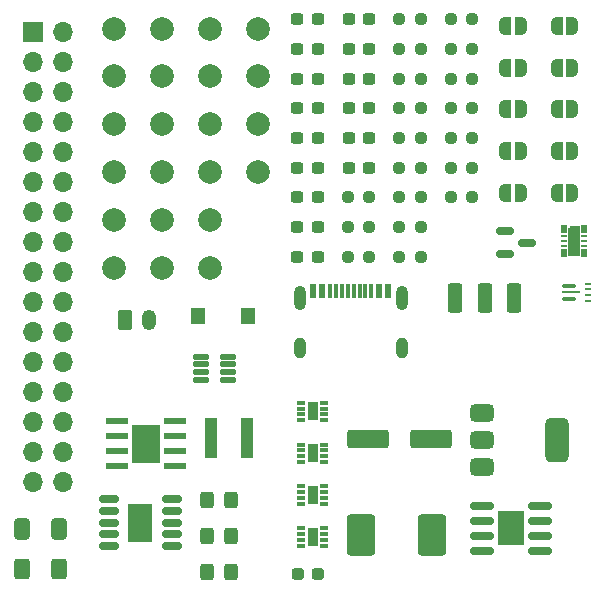
<source format=gbr>
%TF.GenerationSoftware,KiCad,Pcbnew,9.0.0*%
%TF.CreationDate,2025-03-25T22:48:29+02:00*%
%TF.ProjectId,EEE3088F Power Board,45454533-3038-4384-9620-506f77657220,rev?*%
%TF.SameCoordinates,Original*%
%TF.FileFunction,Copper,L1,Top*%
%TF.FilePolarity,Positive*%
%FSLAX46Y46*%
G04 Gerber Fmt 4.6, Leading zero omitted, Abs format (unit mm)*
G04 Created by KiCad (PCBNEW 9.0.0) date 2025-03-25 22:48:29*
%MOMM*%
%LPD*%
G01*
G04 APERTURE LIST*
G04 Aperture macros list*
%AMRoundRect*
0 Rectangle with rounded corners*
0 $1 Rounding radius*
0 $2 $3 $4 $5 $6 $7 $8 $9 X,Y pos of 4 corners*
0 Add a 4 corners polygon primitive as box body*
4,1,4,$2,$3,$4,$5,$6,$7,$8,$9,$2,$3,0*
0 Add four circle primitives for the rounded corners*
1,1,$1+$1,$2,$3*
1,1,$1+$1,$4,$5*
1,1,$1+$1,$6,$7*
1,1,$1+$1,$8,$9*
0 Add four rect primitives between the rounded corners*
20,1,$1+$1,$2,$3,$4,$5,0*
20,1,$1+$1,$4,$5,$6,$7,0*
20,1,$1+$1,$6,$7,$8,$9,0*
20,1,$1+$1,$8,$9,$2,$3,0*%
%AMFreePoly0*
4,1,37,0.478536,1.278536,0.480000,1.275000,0.480000,-1.275000,0.478536,-1.278536,0.475000,-1.280000,-0.475000,-1.280000,-0.478536,-1.278536,-0.480000,-1.275000,-0.480000,1.100000,-0.478536,1.103536,-0.475000,1.105000,-0.466273,1.105000,-0.448826,1.106938,-0.431331,1.110826,-0.413692,1.116706,-0.405996,1.119592,-0.398236,1.123472,-0.398031,1.123569,-0.389494,1.127363,-0.382906,1.132069,
-0.382650,1.132240,-0.374967,1.137041,-0.361254,1.148796,-0.354545,1.154545,-0.342796,1.168254,-0.337041,1.174967,-0.327365,1.190450,-0.319592,1.205996,-0.316706,1.213692,-0.310826,1.231331,-0.306938,1.248826,-0.305000,1.266273,-0.305000,1.275000,-0.303536,1.278536,-0.300000,1.280000,0.475000,1.280000,0.478536,1.278536,0.478536,1.278536,$1*%
%AMFreePoly1*
4,1,23,0.500000,-0.750000,0.000000,-0.750000,0.000000,-0.745722,-0.065263,-0.745722,-0.191342,-0.711940,-0.304381,-0.646677,-0.396677,-0.554381,-0.461940,-0.441342,-0.495722,-0.315263,-0.495722,-0.250000,-0.500000,-0.250000,-0.500000,0.250000,-0.495722,0.250000,-0.495722,0.315263,-0.461940,0.441342,-0.396677,0.554381,-0.304381,0.646677,-0.191342,0.711940,-0.065263,0.745722,0.000000,0.745722,
0.000000,0.750000,0.500000,0.750000,0.500000,-0.750000,0.500000,-0.750000,$1*%
%AMFreePoly2*
4,1,23,0.000000,0.745722,0.065263,0.745722,0.191342,0.711940,0.304381,0.646677,0.396677,0.554381,0.461940,0.441342,0.495722,0.315263,0.495722,0.250000,0.500000,0.250000,0.500000,-0.250000,0.495722,-0.250000,0.495722,-0.315263,0.461940,-0.441342,0.396677,-0.554381,0.304381,-0.646677,0.191342,-0.711940,0.065263,-0.745722,0.000000,-0.745722,0.000000,-0.750000,-0.500000,-0.750000,
-0.500000,0.750000,0.000000,0.750000,0.000000,0.745722,0.000000,0.745722,$1*%
G04 Aperture macros list end*
%TA.AperFunction,SMDPad,CuDef*%
%ADD10RoundRect,0.375000X-0.625000X-0.375000X0.625000X-0.375000X0.625000X0.375000X-0.625000X0.375000X0*%
%TD*%
%TA.AperFunction,SMDPad,CuDef*%
%ADD11RoundRect,0.500000X-0.500000X-1.400000X0.500000X-1.400000X0.500000X1.400000X-0.500000X1.400000X0*%
%TD*%
%TA.AperFunction,SMDPad,CuDef*%
%ADD12RoundRect,0.087500X-0.487500X-0.087500X0.487500X-0.087500X0.487500X0.087500X-0.487500X0.087500X0*%
%TD*%
%TA.AperFunction,SMDPad,CuDef*%
%ADD13RoundRect,0.050000X-0.675000X-0.050000X0.675000X-0.050000X0.675000X0.050000X-0.675000X0.050000X0*%
%TD*%
%TA.AperFunction,SMDPad,CuDef*%
%ADD14RoundRect,0.062500X-0.162500X-0.062500X0.162500X-0.062500X0.162500X0.062500X-0.162500X0.062500X0*%
%TD*%
%TA.AperFunction,SMDPad,CuDef*%
%ADD15R,0.500000X0.650000*%
%TD*%
%TA.AperFunction,SMDPad,CuDef*%
%ADD16R,0.500000X0.250000*%
%TD*%
%TA.AperFunction,SMDPad,CuDef*%
%ADD17FreePoly0,0.000000*%
%TD*%
%TA.AperFunction,SMDPad,CuDef*%
%ADD18RoundRect,0.150000X-0.687500X-0.150000X0.687500X-0.150000X0.687500X0.150000X-0.687500X0.150000X0*%
%TD*%
%TA.AperFunction,HeatsinkPad*%
%ADD19R,2.100000X3.300000*%
%TD*%
%TA.AperFunction,SMDPad,CuDef*%
%ADD20RoundRect,0.035000X-0.335000X-0.105000X0.335000X-0.105000X0.335000X0.105000X-0.335000X0.105000X0*%
%TD*%
%TA.AperFunction,SMDPad,CuDef*%
%ADD21R,0.900000X1.600000*%
%TD*%
%TA.AperFunction,ComponentPad*%
%ADD22C,0.400000*%
%TD*%
%TA.AperFunction,SMDPad,CuDef*%
%ADD23R,1.970000X0.600000*%
%TD*%
%TA.AperFunction,SMDPad,CuDef*%
%ADD24R,2.413000X3.302000*%
%TD*%
%TA.AperFunction,SMDPad,CuDef*%
%ADD25RoundRect,0.150000X-0.825000X-0.150000X0.825000X-0.150000X0.825000X0.150000X-0.825000X0.150000X0*%
%TD*%
%TA.AperFunction,HeatsinkPad*%
%ADD26R,2.290000X3.000000*%
%TD*%
%TA.AperFunction,SMDPad,CuDef*%
%ADD27RoundRect,0.125000X-0.537500X-0.125000X0.537500X-0.125000X0.537500X0.125000X-0.537500X0.125000X0*%
%TD*%
%TA.AperFunction,SMDPad,CuDef*%
%ADD28C,2.000000*%
%TD*%
%TA.AperFunction,SMDPad,CuDef*%
%ADD29RoundRect,0.250000X-0.375000X-1.000000X0.375000X-1.000000X0.375000X1.000000X-0.375000X1.000000X0*%
%TD*%
%TA.AperFunction,SMDPad,CuDef*%
%ADD30RoundRect,0.237500X-0.250000X-0.237500X0.250000X-0.237500X0.250000X0.237500X-0.250000X0.237500X0*%
%TD*%
%TA.AperFunction,SMDPad,CuDef*%
%ADD31RoundRect,0.250000X-0.400000X-0.625000X0.400000X-0.625000X0.400000X0.625000X-0.400000X0.625000X0*%
%TD*%
%TA.AperFunction,SMDPad,CuDef*%
%ADD32RoundRect,0.150000X-0.587500X-0.150000X0.587500X-0.150000X0.587500X0.150000X-0.587500X0.150000X0*%
%TD*%
%TA.AperFunction,SMDPad,CuDef*%
%ADD33RoundRect,0.250000X-0.925000X-1.500000X0.925000X-1.500000X0.925000X1.500000X-0.925000X1.500000X0*%
%TD*%
%TA.AperFunction,SMDPad,CuDef*%
%ADD34RoundRect,0.110000X-0.440000X-1.590000X0.440000X-1.590000X0.440000X1.590000X-0.440000X1.590000X0*%
%TD*%
%TA.AperFunction,SMDPad,CuDef*%
%ADD35FreePoly1,0.000000*%
%TD*%
%TA.AperFunction,SMDPad,CuDef*%
%ADD36FreePoly2,0.000000*%
%TD*%
%TA.AperFunction,ComponentPad*%
%ADD37RoundRect,0.250000X-0.350000X-0.625000X0.350000X-0.625000X0.350000X0.625000X-0.350000X0.625000X0*%
%TD*%
%TA.AperFunction,ComponentPad*%
%ADD38O,1.200000X1.750000*%
%TD*%
%TA.AperFunction,SMDPad,CuDef*%
%ADD39R,0.600000X1.240000*%
%TD*%
%TA.AperFunction,SMDPad,CuDef*%
%ADD40R,0.300000X1.240000*%
%TD*%
%TA.AperFunction,HeatsinkPad*%
%ADD41O,1.000000X2.100000*%
%TD*%
%TA.AperFunction,HeatsinkPad*%
%ADD42O,1.000000X1.800000*%
%TD*%
%TA.AperFunction,ComponentPad*%
%ADD43R,1.700000X1.700000*%
%TD*%
%TA.AperFunction,ComponentPad*%
%ADD44O,1.700000X1.700000*%
%TD*%
%TA.AperFunction,SMDPad,CuDef*%
%ADD45RoundRect,0.250000X-0.325000X-0.450000X0.325000X-0.450000X0.325000X0.450000X-0.325000X0.450000X0*%
%TD*%
%TA.AperFunction,SMDPad,CuDef*%
%ADD46RoundRect,0.237500X-0.287500X-0.237500X0.287500X-0.237500X0.287500X0.237500X-0.287500X0.237500X0*%
%TD*%
%TA.AperFunction,SMDPad,CuDef*%
%ADD47R,1.270000X1.470000*%
%TD*%
%TA.AperFunction,SMDPad,CuDef*%
%ADD48RoundRect,0.237500X-0.300000X-0.237500X0.300000X-0.237500X0.300000X0.237500X-0.300000X0.237500X0*%
%TD*%
%TA.AperFunction,SMDPad,CuDef*%
%ADD49RoundRect,0.250000X-1.500000X-0.550000X1.500000X-0.550000X1.500000X0.550000X-1.500000X0.550000X0*%
%TD*%
%TA.AperFunction,SMDPad,CuDef*%
%ADD50RoundRect,0.250000X-0.412500X-0.650000X0.412500X-0.650000X0.412500X0.650000X-0.412500X0.650000X0*%
%TD*%
G04 APERTURE END LIST*
D10*
%TO.P,U_P2,1,GND*%
%TO.N,GND*%
X67200000Y-72445000D03*
%TO.P,U_P2,2,VO*%
%TO.N,+3V3*%
X67200000Y-74745000D03*
D11*
X73500000Y-74745000D03*
D10*
%TO.P,U_P2,3,VI*%
%TO.N,Net-(JP_P3-A)*%
X67200000Y-77045000D03*
%TD*%
D12*
%TO.P,U_P1,1,GND*%
%TO.N,GND*%
X74580000Y-61690000D03*
D13*
%TO.P,U_P1,2,SW*%
%TO.N,Net-(U_P1-SW)*%
X74730000Y-62240000D03*
D12*
%TO.P,U_P1,3,VOUT*%
%TO.N,+5V*%
X74580000Y-62790000D03*
D14*
%TO.P,U_P1,4,FB*%
%TO.N,Net-(U_P1-FB)*%
X76180000Y-62990000D03*
%TO.P,U_P1,5,EN*%
%TO.N,Net-(JP_P1-A)*%
X76180000Y-62490000D03*
%TO.P,U_P1,6,MODE*%
%TO.N,Net-(JP_P2-A)*%
X76180000Y-61990000D03*
%TO.P,U_P1,7,VIN*%
%TO.N,Net-(JP_P1-A)*%
X76180000Y-61490000D03*
%TD*%
D15*
%TO.P,U10,1_2,VIN1*%
%TO.N,Net-(JPI4-A)*%
X74115000Y-56900000D03*
D16*
%TO.P,U10,3,EN1*%
%TO.N,/CTRL_EXT_LOAD1*%
X74115000Y-57500000D03*
%TO.P,U10,4,VBIAS*%
%TO.N,Net-(JPI6-A)*%
X74115000Y-57900000D03*
%TO.P,U10,5,EN2*%
%TO.N,/CTRL_EXT_LOAD2*%
X74115000Y-58300000D03*
D15*
%TO.P,U10,6_7,VIN2*%
%TO.N,Net-(JPI5-A)*%
X74115000Y-58900000D03*
%TO.P,U10,13_14,VOUT1*%
%TO.N,/EXT_LOAD1_OUT*%
X75815000Y-56900000D03*
D16*
%TO.P,U10,12,SS1*%
%TO.N,Net-(U10-SS1)*%
X75815000Y-57500000D03*
%TO.P,U10,11,GND*%
%TO.N,GND*%
X75815000Y-57900000D03*
%TO.P,U10,10,SS2*%
%TO.N,Net-(U10-SS2)*%
X75815000Y-58300000D03*
D15*
%TO.P,U10,8_9,VOUT2*%
%TO.N,/EXT_LOAD2_OUT*%
X75815000Y-58900000D03*
D17*
%TO.P,U10,15,EXP*%
%TO.N,unconnected-(U10-EXP-Pad15)*%
X74965000Y-57900000D03*
%TD*%
D18*
%TO.P,U9,1,VDD*%
%TO.N,Net-(U9-VDD)*%
X35632500Y-79725000D03*
%TO.P,U9,2,CFG2*%
%TO.N,unconnected-(U9-CFG2-Pad2)*%
X35632500Y-80725000D03*
%TO.P,U9,3,CFG3*%
%TO.N,unconnected-(U9-CFG3-Pad3)*%
X35632500Y-81725000D03*
%TO.P,U9,4,DP*%
%TO.N,/D+*%
X35632500Y-82725000D03*
%TO.P,U9,5,DM*%
%TO.N,/D-*%
X35632500Y-83725000D03*
%TO.P,U9,6,CC2*%
%TO.N,/CC2*%
X40907500Y-83725000D03*
%TO.P,U9,7,CC1*%
%TO.N,/CC1*%
X40907500Y-82725000D03*
%TO.P,U9,8,VBUS*%
%TO.N,Net-(U9-VBUS)*%
X40907500Y-81725000D03*
%TO.P,U9,9,CFG1*%
%TO.N,Net-(U9-CFG1)*%
X40907500Y-80725000D03*
%TO.P,U9,10,PG*%
%TO.N,unconnected-(U9-PG-Pad10)*%
X40907500Y-79725000D03*
D19*
%TO.P,U9,11,GND*%
%TO.N,GND*%
X38270000Y-81725000D03*
%TD*%
D20*
%TO.P,U8,1,VM*%
%TO.N,/Battery*%
X51865000Y-82220000D03*
%TO.P,U8,2,OUT1*%
%TO.N,/MOTOR1_A_OUT*%
X51865000Y-82720000D03*
%TO.P,U8,3,OUT2*%
%TO.N,/MOTOR1_B_OUT*%
X51865000Y-83220000D03*
%TO.P,U8,4,GND*%
%TO.N,GND*%
X51865000Y-83720000D03*
%TO.P,U8,5,IN2*%
%TO.N,/MOTOR1_CTRL2*%
X53835000Y-83720000D03*
%TO.P,U8,6,IN1*%
%TO.N,/MOTOR1_CTRL1*%
X53835000Y-83220000D03*
%TO.P,U8,7,~{SLEEP}*%
%TO.N,/3V3_M*%
X53835000Y-82720000D03*
%TO.P,U8,8,VCC*%
X53835000Y-82220000D03*
D21*
%TO.P,U8,9,GND*%
%TO.N,GND*%
X52850000Y-82970000D03*
D22*
%TO.P,U8,9_1*%
%TO.N,N/C*%
X52850000Y-82420000D03*
%TO.P,U8,9_2*%
X52850000Y-83520000D03*
%TD*%
D20*
%TO.P,U6,1,VM*%
%TO.N,/Battery*%
X51865000Y-78670000D03*
%TO.P,U6,2,OUT1*%
%TO.N,/MOTOR3_A_OUT*%
X51865000Y-79170000D03*
%TO.P,U6,3,OUT2*%
%TO.N,/MOTOR3_B_OUT*%
X51865000Y-79670000D03*
%TO.P,U6,4,GND*%
%TO.N,GND*%
X51865000Y-80170000D03*
%TO.P,U6,5,IN2*%
%TO.N,/MOTOR3_CTRL2*%
X53835000Y-80170000D03*
%TO.P,U6,6,IN1*%
%TO.N,/MOTOR3_CTRL1*%
X53835000Y-79670000D03*
%TO.P,U6,7,~{SLEEP}*%
%TO.N,/3V3_M*%
X53835000Y-79170000D03*
%TO.P,U6,8,VCC*%
X53835000Y-78670000D03*
D21*
%TO.P,U6,9,GND*%
%TO.N,GND*%
X52850000Y-79420000D03*
D22*
%TO.P,U6,9_1*%
%TO.N,N/C*%
X52850000Y-78870000D03*
%TO.P,U6,9_2*%
X52850000Y-79970000D03*
%TD*%
D20*
%TO.P,U5,1,VM*%
%TO.N,/Battery*%
X51865000Y-75120000D03*
%TO.P,U5,2,OUT1*%
%TO.N,/MOTOR4_A_OUT*%
X51865000Y-75620000D03*
%TO.P,U5,3,OUT2*%
%TO.N,/MOTOR4_B_OUT*%
X51865000Y-76120000D03*
%TO.P,U5,4,GND*%
%TO.N,GND*%
X51865000Y-76620000D03*
%TO.P,U5,5,IN2*%
%TO.N,/MOTOR4_CTRL2*%
X53835000Y-76620000D03*
%TO.P,U5,6,IN1*%
%TO.N,/MOTOR4_CTRL1*%
X53835000Y-76120000D03*
%TO.P,U5,7,~{SLEEP}*%
%TO.N,/3V3_M*%
X53835000Y-75620000D03*
%TO.P,U5,8,VCC*%
X53835000Y-75120000D03*
D21*
%TO.P,U5,9,GND*%
%TO.N,GND*%
X52850000Y-75870000D03*
D22*
%TO.P,U5,9_1*%
%TO.N,N/C*%
X52850000Y-75320000D03*
%TO.P,U5,9_2*%
X52850000Y-76420000D03*
%TD*%
D20*
%TO.P,U4,1,VM*%
%TO.N,/Battery*%
X51865000Y-71570000D03*
%TO.P,U4,2,OUT1*%
%TO.N,/MOTOR2_A_OUT*%
X51865000Y-72070000D03*
%TO.P,U4,3,OUT2*%
%TO.N,/MOTOR2_B_OUT*%
X51865000Y-72570000D03*
%TO.P,U4,4,GND*%
%TO.N,GND*%
X51865000Y-73070000D03*
%TO.P,U4,5,IN2*%
%TO.N,/MOTOR2_CTRL2*%
X53835000Y-73070000D03*
%TO.P,U4,6,IN1*%
%TO.N,/MOTOR2_CTRL1*%
X53835000Y-72570000D03*
%TO.P,U4,7,~{SLEEP}*%
%TO.N,/3V3_M*%
X53835000Y-72070000D03*
%TO.P,U4,8,VCC*%
X53835000Y-71570000D03*
D21*
%TO.P,U4,9,GND*%
%TO.N,GND*%
X52850000Y-72320000D03*
D22*
%TO.P,U4,9_1*%
%TO.N,N/C*%
X52850000Y-71770000D03*
%TO.P,U4,9_2*%
X52850000Y-72870000D03*
%TD*%
D23*
%TO.P,U3,1,TEMP*%
%TO.N,GND*%
X36250000Y-73145000D03*
%TO.P,U3,2,PROG*%
%TO.N,Net-(U3-PROG)*%
X36250000Y-74415000D03*
%TO.P,U3,3,GND*%
%TO.N,GND*%
X36250000Y-75685000D03*
%TO.P,U3,4,V_{CC}*%
%TO.N,Net-(D2-A)*%
X36250000Y-76955000D03*
%TO.P,U3,5,BAT*%
%TO.N,/Battery*%
X41200000Y-76955000D03*
%TO.P,U3,6,~{STDBY}*%
%TO.N,Net-(U3-~{STDBY})*%
X41200000Y-75685000D03*
%TO.P,U3,7,~{CHRG}*%
%TO.N,Net-(U3-~{CHRG})*%
X41200000Y-74415000D03*
%TO.P,U3,8,CE*%
%TO.N,Net-(D2-A)*%
X41200000Y-73145000D03*
D24*
%TO.P,U3,9,EPAD*%
%TO.N,unconnected-(U3-EPAD-Pad9)*%
X38725000Y-75050000D03*
%TD*%
D25*
%TO.P,U2,1,BOOT*%
%TO.N,Net-(U2-BOOT)*%
X67175000Y-80315000D03*
%TO.P,U2,2,NC*%
%TO.N,unconnected-(U2-NC-Pad2)*%
X67175000Y-81585000D03*
%TO.P,U2,3,NC*%
%TO.N,unconnected-(U2-NC-Pad3)*%
X67175000Y-82855000D03*
%TO.P,U2,4,VSENSE*%
%TO.N,Net-(U2-VSENSE)*%
X67175000Y-84125000D03*
%TO.P,U2,5,EN*%
%TO.N,unconnected-(U2-EN-Pad5)*%
X72125000Y-84125000D03*
%TO.P,U2,6,GND*%
%TO.N,GND*%
X72125000Y-82855000D03*
%TO.P,U2,7,VIN*%
%TO.N,/HV*%
X72125000Y-81585000D03*
%TO.P,U2,8,PH*%
%TO.N,Net-(D1-K)*%
X72125000Y-80315000D03*
D26*
%TO.P,U2,9,GNDPAD*%
%TO.N,GND*%
X69650000Y-82220000D03*
%TD*%
D27*
%TO.P,U1,1,IN+*%
%TO.N,/Battery*%
X43412500Y-67675000D03*
%TO.P,U1,2,IN-*%
%TO.N,/Batt+*%
X43412500Y-68325000D03*
%TO.P,U1,3,GND*%
%TO.N,<NO NET>*%
X43412500Y-68975000D03*
%TO.P,U1,4,VS*%
%TO.N,Net-(JPI2-B)*%
X43412500Y-69625000D03*
%TO.P,U1,5,SCL*%
%TO.N,/I2C1_SCL*%
X45687500Y-69625000D03*
%TO.P,U1,6,SDA*%
%TO.N,/I2C1_SDA*%
X45687500Y-68975000D03*
%TO.P,U1,7,A0*%
%TO.N,<NO NET>*%
X45687500Y-68325000D03*
%TO.P,U1,8,A1*%
%TO.N,/I2C1_SCL*%
X45687500Y-67675000D03*
%TD*%
D28*
%TO.P,TP_P6,1,1*%
%TO.N,+3V3*%
X48200000Y-52050000D03*
%TD*%
%TO.P,TP_P5,1,1*%
%TO.N,GND*%
X48200000Y-48000000D03*
%TD*%
%TO.P,TP_P4,1,1*%
%TO.N,Net-(U_P1-FB)*%
X48200000Y-43950000D03*
%TD*%
%TO.P,TP_P3,1,1*%
%TO.N,+5V*%
X48200000Y-39900000D03*
%TD*%
%TO.P,TP_P2,1,1*%
%TO.N,Net-(U_P1-SW)*%
X44150000Y-60150000D03*
%TD*%
%TO.P,TP_P1,1,1*%
%TO.N,Net-(JP_P1-A)*%
X44150000Y-56100000D03*
%TD*%
%TO.P,TP21,1,1*%
%TO.N,Net-(JPI6-A)*%
X44150000Y-52050000D03*
%TD*%
%TO.P,TP19,1,1*%
%TO.N,/EXT_LOAD1_OUT*%
X44150000Y-48000000D03*
%TD*%
%TO.P,TP18,1,1*%
%TO.N,/EXT_LOAD2_OUT*%
X44150000Y-43950000D03*
%TD*%
%TO.P,TP17,1,1*%
%TO.N,Net-(U2-VSENSE)*%
X44150000Y-39900000D03*
%TD*%
%TO.P,TP15,1,1*%
%TO.N,/Battery*%
X40100000Y-60150000D03*
%TD*%
%TO.P,TP14,1,1*%
%TO.N,/FAST_CHARGE_CTRL*%
X40100000Y-56100000D03*
%TD*%
%TO.P,TP13,1,1*%
%TO.N,Net-(Q1-G)*%
X40100000Y-52050000D03*
%TD*%
%TO.P,TP12,1,1*%
%TO.N,Net-(Q1-D)*%
X40100000Y-48000000D03*
%TD*%
%TO.P,TP11,1,1*%
%TO.N,GND*%
X40100000Y-43950000D03*
%TD*%
%TO.P,TP10,1,1*%
%TO.N,Net-(U3-PROG)*%
X40100000Y-39900000D03*
%TD*%
%TO.P,TP9,1,1*%
%TO.N,Net-(U9-CFG1)*%
X36050000Y-60150000D03*
%TD*%
%TO.P,TP8,1,1*%
%TO.N,GND*%
X36050000Y-56100000D03*
%TD*%
%TO.P,TP7,1,1*%
%TO.N,Net-(U9-VDD)*%
X36050000Y-52050000D03*
%TD*%
%TO.P,TP6,1,1*%
%TO.N,/HV*%
X36050000Y-48000000D03*
%TD*%
D29*
%TO.P,SW2,1,1*%
%TO.N,/Battery*%
X64940000Y-62740000D03*
%TO.P,SW2,2,2*%
%TO.N,/Switch-*%
X67440000Y-62740000D03*
%TO.P,SW2,3,3*%
%TO.N,GND*%
X69940000Y-62740000D03*
%TD*%
D30*
%TO.P,R_Pfb2,1*%
%TO.N,Net-(U_P1-FB)*%
X64537500Y-54190000D03*
%TO.P,R_Pfb2,2*%
%TO.N,GND*%
X66362500Y-54190000D03*
%TD*%
%TO.P,R_Pfb1,1*%
%TO.N,+5V*%
X64537500Y-51680000D03*
%TO.P,R_Pfb1,2*%
%TO.N,Net-(U_P1-FB)*%
X66362500Y-51680000D03*
%TD*%
%TO.P,R_P2,1*%
%TO.N,+3V3*%
X64537500Y-49170000D03*
%TO.P,R_P2,2*%
%TO.N,Net-(D6-A)*%
X66362500Y-49170000D03*
%TD*%
%TO.P,R_P1,1*%
%TO.N,+5V*%
X64537500Y-46660000D03*
%TO.P,R_P1,2*%
%TO.N,Net-(D5-A)*%
X66362500Y-46660000D03*
%TD*%
D31*
%TO.P,R_Ishunt1,1*%
%TO.N,/Battery*%
X28250000Y-85620000D03*
%TO.P,R_Ishunt1,2*%
%TO.N,/Batt+*%
X31350000Y-85620000D03*
%TD*%
D30*
%TO.P,R_I2,1*%
%TO.N,Net-(JPI1-B)*%
X64537500Y-44150000D03*
%TO.P,R_I2,2*%
%TO.N,/I2C1_SCL*%
X66362500Y-44150000D03*
%TD*%
%TO.P,R_I1,1*%
%TO.N,Net-(JPI1-B)*%
X64537500Y-41640000D03*
%TO.P,R_I1,2*%
%TO.N,/I2C1_SDA*%
X66362500Y-41640000D03*
%TD*%
%TO.P,R_C_dd1,1*%
%TO.N,/HV*%
X64537500Y-39130000D03*
%TO.P,R_C_dd1,2*%
%TO.N,Net-(U9-VDD)*%
X66362500Y-39130000D03*
%TD*%
%TO.P,R_C_cfg1,1*%
%TO.N,Net-(U9-CFG1)*%
X60187500Y-59210000D03*
%TO.P,R_C_cfg1,2*%
%TO.N,GND*%
X62012500Y-59210000D03*
%TD*%
%TO.P,R_C_bus1,1*%
%TO.N,/HV*%
X60187500Y-56700000D03*
%TO.P,R_C_bus1,2*%
%TO.N,Net-(U9-VBUS)*%
X62012500Y-56700000D03*
%TD*%
%TO.P,R_B_slow1,1*%
%TO.N,Net-(U3-PROG)*%
X60187500Y-54190000D03*
%TO.P,R_B_slow1,2*%
%TO.N,GND*%
X62012500Y-54190000D03*
%TD*%
%TO.P,R_B_pd1,1*%
%TO.N,Net-(Q1-G)*%
X60187500Y-51680000D03*
%TO.P,R_B_pd1,2*%
%TO.N,GND*%
X62012500Y-51680000D03*
%TD*%
%TO.P,R_B_LED2,1*%
%TO.N,Net-(D3-K)*%
X60187500Y-44150000D03*
%TO.P,R_B_LED2,2*%
%TO.N,Net-(U3-~{CHRG})*%
X62012500Y-44150000D03*
%TD*%
%TO.P,R_B_LED1,1*%
%TO.N,Net-(D2-K)*%
X60187500Y-41640000D03*
%TO.P,R_B_LED1,2*%
%TO.N,Net-(U3-~{STDBY})*%
X62012500Y-41640000D03*
%TD*%
%TO.P,R_B_fast1,1*%
%TO.N,Net-(U3-PROG)*%
X60187500Y-49170000D03*
%TO.P,R_B_fast1,2*%
%TO.N,Net-(Q1-D)*%
X62012500Y-49170000D03*
%TD*%
%TO.P,R_B_b1,1*%
%TO.N,/FAST_CHARGE_CTRL*%
X60187500Y-46660000D03*
%TO.P,R_B_b1,2*%
%TO.N,Net-(Q1-G)*%
X62012500Y-46660000D03*
%TD*%
%TO.P,R20,1*%
%TO.N,/5V_Buck_Out*%
X60187500Y-39130000D03*
%TO.P,R20,2*%
%TO.N,Net-(D2-A)*%
X62012500Y-39130000D03*
%TD*%
%TO.P,R19,1*%
%TO.N,/5V_Buck_Out*%
X55837500Y-59210000D03*
%TO.P,R19,2*%
%TO.N,Net-(D2-A)*%
X57662500Y-59210000D03*
%TD*%
%TO.P,R2,1*%
%TO.N,Net-(U2-VSENSE)*%
X55837500Y-56700000D03*
%TO.P,R2,2*%
%TO.N,GND*%
X57662500Y-56700000D03*
%TD*%
%TO.P,R1,1*%
%TO.N,/5V_Buck_Out*%
X55837500Y-54190000D03*
%TO.P,R1,2*%
%TO.N,Net-(U2-VSENSE)*%
X57662500Y-54190000D03*
%TD*%
D32*
%TO.P,Q1,1,G*%
%TO.N,Net-(Q1-G)*%
X69132500Y-57075000D03*
%TO.P,Q1,2,S*%
%TO.N,GND*%
X69132500Y-58975000D03*
%TO.P,Q1,3,D*%
%TO.N,Net-(Q1-D)*%
X71007500Y-58025000D03*
%TD*%
D33*
%TO.P,L3,1,1*%
%TO.N,Net-(JP_P1-A)*%
X56925000Y-82815000D03*
%TO.P,L3,2,2*%
%TO.N,Net-(U_P1-SW)*%
X62975000Y-82815000D03*
%TD*%
D34*
%TO.P,L1,1*%
%TO.N,Net-(D1-K)*%
X44280000Y-74600000D03*
%TO.P,L1,2*%
%TO.N,/5V_Buck_Out*%
X47280000Y-74600000D03*
%TD*%
D35*
%TO.P,JP_P3,1,A*%
%TO.N,Net-(JP_P3-A)*%
X73500000Y-53850000D03*
D36*
%TO.P,JP_P3,2,B*%
%TO.N,+5V*%
X74800000Y-53850000D03*
%TD*%
D35*
%TO.P,JP_P2,1,A*%
%TO.N,Net-(JP_P2-A)*%
X73500000Y-50300000D03*
D36*
%TO.P,JP_P2,2,B*%
%TO.N,Net-(JP_P1-A)*%
X74800000Y-50300000D03*
%TD*%
D35*
%TO.P,JP_P1,1,A*%
%TO.N,Net-(JP_P1-A)*%
X73500000Y-46750000D03*
D36*
%TO.P,JP_P1,2,B*%
%TO.N,/Switch-*%
X74800000Y-46750000D03*
%TD*%
D35*
%TO.P,JP_M_3V3,1,A*%
%TO.N,/3V3_M*%
X73500000Y-43200000D03*
D36*
%TO.P,JP_M_3V3,2,B*%
%TO.N,+3V3*%
X74800000Y-43200000D03*
%TD*%
D35*
%TO.P,JPI6,1,A*%
%TO.N,Net-(JPI6-A)*%
X73500000Y-39650000D03*
D36*
%TO.P,JPI6,2,B*%
%TO.N,+3V3*%
X74800000Y-39650000D03*
%TD*%
D35*
%TO.P,JPI5,1,A*%
%TO.N,Net-(JPI5-A)*%
X69150000Y-53850000D03*
D36*
%TO.P,JPI5,2,B*%
%TO.N,+5V*%
X70450000Y-53850000D03*
%TD*%
D35*
%TO.P,JPI4,1,A*%
%TO.N,Net-(JPI4-A)*%
X69150000Y-50300000D03*
D36*
%TO.P,JPI4,2,B*%
%TO.N,+5V*%
X70450000Y-50300000D03*
%TD*%
D35*
%TO.P,JPI3,1,A*%
%TO.N,/Batt+*%
X69150000Y-46750000D03*
D36*
%TO.P,JPI3,2,B*%
%TO.N,/Battery*%
X70450000Y-46750000D03*
%TD*%
D35*
%TO.P,JPI2,1,A*%
%TO.N,+3.3V*%
X69150000Y-43200000D03*
D36*
%TO.P,JPI2,2,B*%
%TO.N,Net-(JPI2-B)*%
X70450000Y-43200000D03*
%TD*%
D35*
%TO.P,JPI1,1,A*%
%TO.N,+3.3V*%
X69150000Y-39650000D03*
D36*
%TO.P,JPI1,2,B*%
%TO.N,Net-(JPI1-B)*%
X70450000Y-39650000D03*
%TD*%
D37*
%TO.P,J3,1,Pin_1*%
%TO.N,/Batt+*%
X37000000Y-64550000D03*
D38*
%TO.P,J3,2,Pin_2*%
%TO.N,Net-(J3-Pin_2)*%
X39000000Y-64550000D03*
%TD*%
D39*
%TO.P,J2,A1,GND*%
%TO.N,GND*%
X52870000Y-62115000D03*
%TO.P,J2,A4,VBUS*%
%TO.N,/HV*%
X53670000Y-62115000D03*
D40*
%TO.P,J2,A5,CC1*%
%TO.N,/CC1*%
X54820000Y-62115000D03*
%TO.P,J2,A6,D+*%
%TO.N,/D+*%
X55820000Y-62115000D03*
%TO.P,J2,A7,D-*%
%TO.N,/D-*%
X56320000Y-62115000D03*
%TO.P,J2,A8,SBU1*%
%TO.N,unconnected-(J2-SBU1-PadA8)*%
X57320000Y-62115000D03*
D39*
%TO.P,J2,A9,VBUS*%
%TO.N,/HV*%
X58470000Y-62115000D03*
%TO.P,J2,A12,GND*%
%TO.N,GND*%
X59270000Y-62115000D03*
%TO.P,J2,B1,GND*%
X59270000Y-62115000D03*
%TO.P,J2,B4,VBUS*%
%TO.N,/HV*%
X58470000Y-62115000D03*
D40*
%TO.P,J2,B5,CC2*%
%TO.N,/CC2*%
X57820000Y-62115000D03*
%TO.P,J2,B6,D+*%
%TO.N,/D+*%
X56820000Y-62115000D03*
%TO.P,J2,B7,D-*%
%TO.N,/D-*%
X55320000Y-62115000D03*
%TO.P,J2,B8,SBU2*%
%TO.N,unconnected-(J2-SBU2-PadB8)*%
X54320000Y-62115000D03*
D39*
%TO.P,J2,B9,VBUS*%
%TO.N,/HV*%
X53670000Y-62115000D03*
%TO.P,J2,B12,GND*%
%TO.N,GND*%
X52870000Y-62115000D03*
D41*
%TO.P,J2,S1,SHIELD*%
X51750000Y-62715000D03*
D42*
X51750000Y-66915000D03*
D41*
X60390000Y-62715000D03*
D42*
X60390000Y-66915000D03*
%TD*%
D43*
%TO.P,J1,1,Pin_1*%
%TO.N,/MOTOR2_B_OUT*%
X29150000Y-40200000D03*
D44*
%TO.P,J1,2,Pin_2*%
%TO.N,/MOTOR2_A_OUT*%
X31690000Y-40200000D03*
%TO.P,J1,3,Pin_3*%
%TO.N,/MOTOR4_A_OUT*%
X29150000Y-42740000D03*
%TO.P,J1,4,Pin_4*%
%TO.N,/MOTOR2_CTRL1*%
X31690000Y-42740000D03*
%TO.P,J1,5,Pin_5*%
%TO.N,/MOTOR4_B_OUT_*%
X29150000Y-45280000D03*
%TO.P,J1,6,Pin_6*%
%TO.N,/MOTOR2_CTRL2*%
X31690000Y-45280000D03*
%TO.P,J1,7,Pin_7*%
%TO.N,/CTRL_EXT_LOAD2*%
X29150000Y-47820000D03*
%TO.P,J1,8,Pin_8*%
%TO.N,/MOTOR4_CTRL1*%
X31690000Y-47820000D03*
%TO.P,J1,9,Pin_9*%
%TO.N,unconnected-(J1-Pin_9-Pad9)*%
X29150000Y-50360000D03*
%TO.P,J1,10,Pin_10*%
%TO.N,/MOTOR4_CTRL2*%
X31690000Y-50360000D03*
%TO.P,J1,11,Pin_11*%
%TO.N,/EXT_LOAD2_OUT*%
X29150000Y-52900000D03*
%TO.P,J1,12,Pin_12*%
%TO.N,unconnected-(J1-Pin_12-Pad12)*%
X31690000Y-52900000D03*
%TO.P,J1,13,Pin_13*%
%TO.N,/FAST_CHARGE_CTRL*%
X29150000Y-55440000D03*
%TO.P,J1,14,Pin_14*%
%TO.N,/Battery*%
X31690000Y-55440000D03*
%TO.P,J1,15,Pin_15*%
%TO.N,unconnected-(J1-Pin_15-Pad15)*%
X29150000Y-57980000D03*
%TO.P,J1,16,Pin_16*%
%TO.N,/I2C1_SCL*%
X31690000Y-57980000D03*
%TO.P,J1,17,Pin_17*%
%TO.N,/I2C1_SDA*%
X29150000Y-60520000D03*
%TO.P,J1,18,Pin_18*%
%TO.N,+3V3*%
X31690000Y-60520000D03*
%TO.P,J1,19,Pin_19*%
%TO.N,GND*%
X29150000Y-63060000D03*
%TO.P,J1,20,Pin_20*%
%TO.N,+5V*%
X31690000Y-63060000D03*
%TO.P,J1,21,Pin_21*%
%TO.N,/EXT_LOAD1_OUT*%
X29150000Y-65600000D03*
%TO.P,J1,22,Pin_22*%
%TO.N,/HV*%
X31690000Y-65600000D03*
%TO.P,J1,23,Pin_23*%
%TO.N,GND*%
X29150000Y-68140000D03*
%TO.P,J1,24,Pin_24*%
%TO.N,/MOTOR3_CTRL1*%
X31690000Y-68140000D03*
%TO.P,J1,25,Pin_25*%
%TO.N,/CTRL_EXT_LOAD1*%
X29150000Y-70680000D03*
%TO.P,J1,26,Pin_26*%
%TO.N,/MOTOR3_CTRL2*%
X31690000Y-70680000D03*
%TO.P,J1,27,Pin_27*%
%TO.N,/MOTOR3_A_OUT*%
X29150000Y-73220000D03*
%TO.P,J1,28,Pin_28*%
%TO.N,/MOTOR1_CTRL1*%
X31690000Y-73220000D03*
%TO.P,J1,29,Pin_29*%
%TO.N,/MOTOR3_B_OUT*%
X29150000Y-75760000D03*
%TO.P,J1,30,Pin_30*%
%TO.N,/MOTOR1_CTRL2*%
X31690000Y-75760000D03*
%TO.P,J1,31,Pin_31*%
%TO.N,/MOTOR1_B_OUT*%
X29150000Y-78300000D03*
%TO.P,J1,32,Pin_32*%
%TO.N,/MOTOR1_A_OUT*%
X31690000Y-78300000D03*
%TD*%
D45*
%TO.P,D6,1,K*%
%TO.N,GND*%
X43910000Y-85875000D03*
%TO.P,D6,2,A*%
%TO.N,Net-(D6-A)*%
X45960000Y-85875000D03*
%TD*%
%TO.P,D5,1,K*%
%TO.N,GND*%
X43910000Y-82835000D03*
%TO.P,D5,2,A*%
%TO.N,Net-(D5-A)*%
X45960000Y-82835000D03*
%TD*%
%TO.P,D3,1,K*%
%TO.N,Net-(D3-K)*%
X43910000Y-79795000D03*
%TO.P,D3,2,A*%
%TO.N,Net-(D2-A)*%
X45960000Y-79795000D03*
%TD*%
D46*
%TO.P,D2,1,K*%
%TO.N,Net-(D2-K)*%
X51570000Y-86040000D03*
%TO.P,D2,2,A*%
%TO.N,Net-(D2-A)*%
X53320000Y-86040000D03*
%TD*%
D47*
%TO.P,D1,A*%
%TO.N,N/C*%
X43110000Y-64226600D03*
%TO.P,D1,C*%
X47410000Y-64226600D03*
%TD*%
D48*
%TO.P,C_P(out)3,1*%
%TO.N,GND*%
X55887500Y-51680000D03*
%TO.P,C_P(out)3,2*%
%TO.N,+5V*%
X57612500Y-51680000D03*
%TD*%
%TO.P,C_P(out)2,1*%
%TO.N,GND*%
X55887500Y-49170000D03*
%TO.P,C_P(out)2,2*%
%TO.N,+5V*%
X57612500Y-49170000D03*
%TD*%
%TO.P,C_P(out)1,1*%
%TO.N,GND*%
X55887500Y-46660000D03*
%TO.P,C_P(out)1,2*%
%TO.N,+5V*%
X57612500Y-46660000D03*
%TD*%
%TO.P,C_P(in)3,1*%
%TO.N,GND*%
X55887500Y-44150000D03*
%TO.P,C_P(in)3,2*%
%TO.N,Net-(JP_P1-A)*%
X57612500Y-44150000D03*
%TD*%
%TO.P,C_P(in)2,1*%
%TO.N,GND*%
X55887500Y-41640000D03*
%TO.P,C_P(in)2,2*%
%TO.N,+3V3*%
X57612500Y-41640000D03*
%TD*%
%TO.P,C_P(in)1,1*%
%TO.N,GND*%
X55887500Y-39130000D03*
%TO.P,C_P(in)1,2*%
%TO.N,Net-(JP_P3-A)*%
X57612500Y-39130000D03*
%TD*%
%TO.P,C_I(in)1,1*%
%TO.N,<NO NET>*%
X51537500Y-59210000D03*
%TO.P,C_I(in)1,2*%
%TO.N,Net-(JPI2-B)*%
X53262500Y-59210000D03*
%TD*%
%TO.P,C_C_dd1,1*%
%TO.N,Net-(U9-VDD)*%
X51537500Y-56700000D03*
%TO.P,C_C_dd1,2*%
%TO.N,GND*%
X53262500Y-56700000D03*
%TD*%
%TO.P,C_B2,1*%
%TO.N,/Battery*%
X51537500Y-54190000D03*
%TO.P,C_B2,2*%
%TO.N,GND*%
X53262500Y-54190000D03*
%TD*%
%TO.P,C_B1,1*%
%TO.N,Net-(D2-A)*%
X51537500Y-51680000D03*
%TO.P,C_B1,2*%
%TO.N,GND*%
X53262500Y-51680000D03*
%TD*%
%TO.P,C25,1*%
%TO.N,Net-(JPI4-A)*%
X51537500Y-49170000D03*
%TO.P,C25,2*%
%TO.N,GND*%
X53262500Y-49170000D03*
%TD*%
%TO.P,C17,1*%
%TO.N,GND*%
X51537500Y-46660000D03*
%TO.P,C17,2*%
%TO.N,Net-(U10-SS2)*%
X53262500Y-46660000D03*
%TD*%
%TO.P,C16,1*%
%TO.N,GND*%
X51537500Y-44150000D03*
%TO.P,C16,2*%
%TO.N,Net-(U10-SS1)*%
X53262500Y-44150000D03*
%TD*%
%TO.P,C15,1*%
%TO.N,Net-(JPI5-A)*%
X51537500Y-41640000D03*
%TO.P,C15,2*%
%TO.N,GND*%
X53262500Y-41640000D03*
%TD*%
D49*
%TO.P,C3,1*%
%TO.N,/5V_Buck_Out*%
X57500000Y-74620000D03*
%TO.P,C3,2*%
%TO.N,GND*%
X62900000Y-74620000D03*
%TD*%
D48*
%TO.P,C2,1*%
%TO.N,Net-(U2-BOOT)*%
X51537500Y-39130000D03*
%TO.P,C2,2*%
%TO.N,Net-(D1-K)*%
X53262500Y-39130000D03*
%TD*%
D50*
%TO.P,C1,1*%
%TO.N,/HV*%
X28267500Y-82300000D03*
%TO.P,C1,2*%
%TO.N,GND*%
X31392500Y-82300000D03*
%TD*%
D28*
%TO.P,Batt-1,1,1*%
%TO.N,Net-(J3-Pin_2)*%
X36050000Y-43950000D03*
%TD*%
%TO.P,Batt+1,1,1*%
%TO.N,/Batt+*%
X36050000Y-39900000D03*
%TD*%
M02*

</source>
